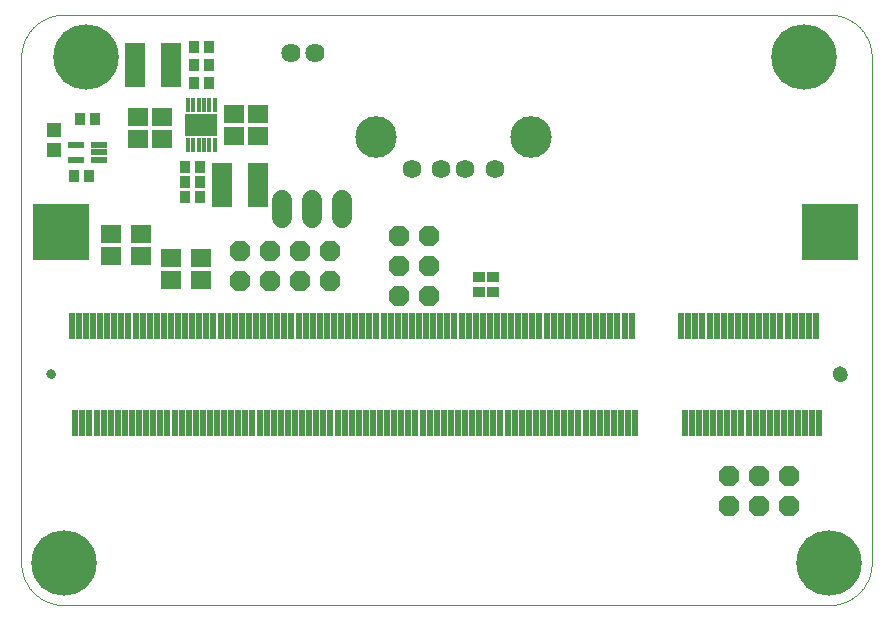
<source format=gbs>
G75*
%MOIN*%
%OFA0B0*%
%FSLAX25Y25*%
%IPPOS*%
%LPD*%
%AMOC8*
5,1,8,0,0,1.08239X$1,22.5*
%
%ADD10C,0.00000*%
%ADD11R,0.02178X0.08674*%
%ADD12R,0.18517X0.18910*%
%ADD13C,0.05131*%
%ADD14C,0.03162*%
%ADD15R,0.01784X0.04737*%
%ADD16R,0.10643X0.07493*%
%ADD17R,0.05200X0.02200*%
%ADD18R,0.06706X0.14580*%
%ADD19C,0.06800*%
%ADD20C,0.06400*%
%ADD21R,0.03556X0.04343*%
%ADD22R,0.06706X0.05918*%
%ADD23R,0.04737X0.05131*%
%ADD24OC8,0.06800*%
%ADD25R,0.04343X0.03556*%
%ADD26C,0.21800*%
%ADD27C,0.13855*%
%ADD28C,0.06233*%
D10*
X0015673Y0001500D02*
X0270791Y0001500D01*
X0271133Y0001504D01*
X0271476Y0001517D01*
X0271818Y0001537D01*
X0272159Y0001566D01*
X0272499Y0001603D01*
X0272839Y0001649D01*
X0273177Y0001702D01*
X0273514Y0001764D01*
X0273849Y0001834D01*
X0274183Y0001912D01*
X0274514Y0001998D01*
X0274844Y0002092D01*
X0275171Y0002194D01*
X0275495Y0002303D01*
X0275817Y0002421D01*
X0276136Y0002546D01*
X0276451Y0002679D01*
X0276764Y0002820D01*
X0277072Y0002968D01*
X0277378Y0003123D01*
X0277679Y0003286D01*
X0277976Y0003456D01*
X0278269Y0003633D01*
X0278558Y0003818D01*
X0278842Y0004009D01*
X0279122Y0004207D01*
X0279396Y0004411D01*
X0279666Y0004623D01*
X0279930Y0004840D01*
X0280189Y0005064D01*
X0280443Y0005295D01*
X0280691Y0005531D01*
X0280933Y0005773D01*
X0281169Y0006021D01*
X0281400Y0006275D01*
X0281624Y0006534D01*
X0281841Y0006798D01*
X0282053Y0007068D01*
X0282257Y0007342D01*
X0282455Y0007622D01*
X0282646Y0007906D01*
X0282831Y0008195D01*
X0283008Y0008488D01*
X0283178Y0008785D01*
X0283341Y0009086D01*
X0283496Y0009392D01*
X0283644Y0009700D01*
X0283785Y0010013D01*
X0283918Y0010328D01*
X0284043Y0010647D01*
X0284161Y0010969D01*
X0284270Y0011293D01*
X0284372Y0011620D01*
X0284466Y0011950D01*
X0284552Y0012281D01*
X0284630Y0012615D01*
X0284700Y0012950D01*
X0284762Y0013287D01*
X0284815Y0013625D01*
X0284861Y0013965D01*
X0284898Y0014305D01*
X0284927Y0014646D01*
X0284947Y0014988D01*
X0284960Y0015331D01*
X0284964Y0015673D01*
X0284965Y0015673D02*
X0284965Y0184177D01*
X0284964Y0184177D02*
X0284960Y0184519D01*
X0284947Y0184862D01*
X0284927Y0185204D01*
X0284898Y0185545D01*
X0284861Y0185885D01*
X0284815Y0186225D01*
X0284762Y0186563D01*
X0284700Y0186900D01*
X0284630Y0187235D01*
X0284552Y0187569D01*
X0284466Y0187900D01*
X0284372Y0188230D01*
X0284270Y0188557D01*
X0284161Y0188881D01*
X0284043Y0189203D01*
X0283918Y0189522D01*
X0283785Y0189837D01*
X0283644Y0190150D01*
X0283496Y0190458D01*
X0283341Y0190764D01*
X0283178Y0191065D01*
X0283008Y0191362D01*
X0282831Y0191655D01*
X0282646Y0191944D01*
X0282455Y0192228D01*
X0282257Y0192508D01*
X0282053Y0192782D01*
X0281841Y0193052D01*
X0281624Y0193316D01*
X0281400Y0193575D01*
X0281169Y0193829D01*
X0280933Y0194077D01*
X0280691Y0194319D01*
X0280443Y0194555D01*
X0280189Y0194786D01*
X0279930Y0195010D01*
X0279666Y0195227D01*
X0279396Y0195439D01*
X0279122Y0195643D01*
X0278842Y0195841D01*
X0278558Y0196032D01*
X0278269Y0196217D01*
X0277976Y0196394D01*
X0277679Y0196564D01*
X0277378Y0196727D01*
X0277072Y0196882D01*
X0276764Y0197030D01*
X0276451Y0197171D01*
X0276136Y0197304D01*
X0275817Y0197429D01*
X0275495Y0197547D01*
X0275171Y0197656D01*
X0274844Y0197758D01*
X0274514Y0197852D01*
X0274183Y0197938D01*
X0273849Y0198016D01*
X0273514Y0198086D01*
X0273177Y0198148D01*
X0272839Y0198201D01*
X0272499Y0198247D01*
X0272159Y0198284D01*
X0271818Y0198313D01*
X0271476Y0198333D01*
X0271133Y0198346D01*
X0270791Y0198350D01*
X0015673Y0198350D01*
X0015331Y0198346D01*
X0014988Y0198333D01*
X0014646Y0198313D01*
X0014305Y0198284D01*
X0013965Y0198247D01*
X0013625Y0198201D01*
X0013287Y0198148D01*
X0012950Y0198086D01*
X0012615Y0198016D01*
X0012281Y0197938D01*
X0011950Y0197852D01*
X0011620Y0197758D01*
X0011293Y0197656D01*
X0010969Y0197547D01*
X0010647Y0197429D01*
X0010328Y0197304D01*
X0010013Y0197171D01*
X0009700Y0197030D01*
X0009392Y0196882D01*
X0009086Y0196727D01*
X0008785Y0196564D01*
X0008488Y0196394D01*
X0008195Y0196217D01*
X0007906Y0196032D01*
X0007622Y0195841D01*
X0007342Y0195643D01*
X0007068Y0195439D01*
X0006798Y0195227D01*
X0006534Y0195010D01*
X0006275Y0194786D01*
X0006021Y0194555D01*
X0005773Y0194319D01*
X0005531Y0194077D01*
X0005295Y0193829D01*
X0005064Y0193575D01*
X0004840Y0193316D01*
X0004623Y0193052D01*
X0004411Y0192782D01*
X0004207Y0192508D01*
X0004009Y0192228D01*
X0003818Y0191944D01*
X0003633Y0191655D01*
X0003456Y0191362D01*
X0003286Y0191065D01*
X0003123Y0190764D01*
X0002968Y0190458D01*
X0002820Y0190150D01*
X0002679Y0189837D01*
X0002546Y0189522D01*
X0002421Y0189203D01*
X0002303Y0188881D01*
X0002194Y0188557D01*
X0002092Y0188230D01*
X0001998Y0187900D01*
X0001912Y0187569D01*
X0001834Y0187235D01*
X0001764Y0186900D01*
X0001702Y0186563D01*
X0001649Y0186225D01*
X0001603Y0185885D01*
X0001566Y0185545D01*
X0001537Y0185204D01*
X0001517Y0184862D01*
X0001504Y0184519D01*
X0001500Y0184177D01*
X0001500Y0015673D01*
X0001504Y0015331D01*
X0001517Y0014988D01*
X0001537Y0014646D01*
X0001566Y0014305D01*
X0001603Y0013965D01*
X0001649Y0013625D01*
X0001702Y0013287D01*
X0001764Y0012950D01*
X0001834Y0012615D01*
X0001912Y0012281D01*
X0001998Y0011950D01*
X0002092Y0011620D01*
X0002194Y0011293D01*
X0002303Y0010969D01*
X0002421Y0010647D01*
X0002546Y0010328D01*
X0002679Y0010013D01*
X0002820Y0009700D01*
X0002968Y0009392D01*
X0003123Y0009086D01*
X0003286Y0008785D01*
X0003456Y0008488D01*
X0003633Y0008195D01*
X0003818Y0007906D01*
X0004009Y0007622D01*
X0004207Y0007342D01*
X0004411Y0007068D01*
X0004623Y0006798D01*
X0004840Y0006534D01*
X0005064Y0006275D01*
X0005295Y0006021D01*
X0005531Y0005773D01*
X0005773Y0005531D01*
X0006021Y0005295D01*
X0006275Y0005064D01*
X0006534Y0004840D01*
X0006798Y0004623D01*
X0007068Y0004411D01*
X0007342Y0004207D01*
X0007622Y0004009D01*
X0007906Y0003818D01*
X0008195Y0003633D01*
X0008488Y0003456D01*
X0008785Y0003286D01*
X0009086Y0003123D01*
X0009392Y0002968D01*
X0009700Y0002820D01*
X0010013Y0002679D01*
X0010328Y0002546D01*
X0010647Y0002421D01*
X0010969Y0002303D01*
X0011293Y0002194D01*
X0011620Y0002092D01*
X0011950Y0001998D01*
X0012281Y0001912D01*
X0012615Y0001834D01*
X0012950Y0001764D01*
X0013287Y0001702D01*
X0013625Y0001649D01*
X0013965Y0001603D01*
X0014305Y0001566D01*
X0014646Y0001537D01*
X0014988Y0001517D01*
X0015331Y0001504D01*
X0015673Y0001500D01*
X0010260Y0078500D02*
X0010262Y0078569D01*
X0010268Y0078637D01*
X0010278Y0078705D01*
X0010292Y0078772D01*
X0010310Y0078839D01*
X0010331Y0078904D01*
X0010357Y0078968D01*
X0010386Y0079030D01*
X0010418Y0079090D01*
X0010454Y0079149D01*
X0010494Y0079205D01*
X0010536Y0079259D01*
X0010582Y0079310D01*
X0010631Y0079359D01*
X0010682Y0079405D01*
X0010736Y0079447D01*
X0010792Y0079487D01*
X0010850Y0079523D01*
X0010911Y0079555D01*
X0010973Y0079584D01*
X0011037Y0079610D01*
X0011102Y0079631D01*
X0011169Y0079649D01*
X0011236Y0079663D01*
X0011304Y0079673D01*
X0011372Y0079679D01*
X0011441Y0079681D01*
X0011510Y0079679D01*
X0011578Y0079673D01*
X0011646Y0079663D01*
X0011713Y0079649D01*
X0011780Y0079631D01*
X0011845Y0079610D01*
X0011909Y0079584D01*
X0011971Y0079555D01*
X0012031Y0079523D01*
X0012090Y0079487D01*
X0012146Y0079447D01*
X0012200Y0079405D01*
X0012251Y0079359D01*
X0012300Y0079310D01*
X0012346Y0079259D01*
X0012388Y0079205D01*
X0012428Y0079149D01*
X0012464Y0079090D01*
X0012496Y0079030D01*
X0012525Y0078968D01*
X0012551Y0078904D01*
X0012572Y0078839D01*
X0012590Y0078772D01*
X0012604Y0078705D01*
X0012614Y0078637D01*
X0012620Y0078569D01*
X0012622Y0078500D01*
X0012620Y0078431D01*
X0012614Y0078363D01*
X0012604Y0078295D01*
X0012590Y0078228D01*
X0012572Y0078161D01*
X0012551Y0078096D01*
X0012525Y0078032D01*
X0012496Y0077970D01*
X0012464Y0077909D01*
X0012428Y0077851D01*
X0012388Y0077795D01*
X0012346Y0077741D01*
X0012300Y0077690D01*
X0012251Y0077641D01*
X0012200Y0077595D01*
X0012146Y0077553D01*
X0012090Y0077513D01*
X0012032Y0077477D01*
X0011971Y0077445D01*
X0011909Y0077416D01*
X0011845Y0077390D01*
X0011780Y0077369D01*
X0011713Y0077351D01*
X0011646Y0077337D01*
X0011578Y0077327D01*
X0011510Y0077321D01*
X0011441Y0077319D01*
X0011372Y0077321D01*
X0011304Y0077327D01*
X0011236Y0077337D01*
X0011169Y0077351D01*
X0011102Y0077369D01*
X0011037Y0077390D01*
X0010973Y0077416D01*
X0010911Y0077445D01*
X0010850Y0077477D01*
X0010792Y0077513D01*
X0010736Y0077553D01*
X0010682Y0077595D01*
X0010631Y0077641D01*
X0010582Y0077690D01*
X0010536Y0077741D01*
X0010494Y0077795D01*
X0010454Y0077851D01*
X0010418Y0077909D01*
X0010386Y0077970D01*
X0010357Y0078032D01*
X0010331Y0078096D01*
X0010310Y0078161D01*
X0010292Y0078228D01*
X0010278Y0078295D01*
X0010268Y0078363D01*
X0010262Y0078431D01*
X0010260Y0078500D01*
X0272268Y0078500D02*
X0272270Y0078593D01*
X0272276Y0078685D01*
X0272286Y0078777D01*
X0272300Y0078868D01*
X0272317Y0078959D01*
X0272339Y0079049D01*
X0272364Y0079138D01*
X0272393Y0079226D01*
X0272426Y0079312D01*
X0272463Y0079397D01*
X0272503Y0079481D01*
X0272547Y0079562D01*
X0272594Y0079642D01*
X0272644Y0079720D01*
X0272698Y0079795D01*
X0272755Y0079868D01*
X0272815Y0079938D01*
X0272878Y0080006D01*
X0272944Y0080071D01*
X0273012Y0080133D01*
X0273083Y0080193D01*
X0273157Y0080249D01*
X0273233Y0080302D01*
X0273311Y0080351D01*
X0273391Y0080398D01*
X0273473Y0080440D01*
X0273557Y0080480D01*
X0273642Y0080515D01*
X0273729Y0080547D01*
X0273817Y0080576D01*
X0273906Y0080600D01*
X0273996Y0080621D01*
X0274087Y0080637D01*
X0274179Y0080650D01*
X0274271Y0080659D01*
X0274364Y0080664D01*
X0274456Y0080665D01*
X0274549Y0080662D01*
X0274641Y0080655D01*
X0274733Y0080644D01*
X0274824Y0080629D01*
X0274915Y0080611D01*
X0275005Y0080588D01*
X0275093Y0080562D01*
X0275181Y0080532D01*
X0275267Y0080498D01*
X0275351Y0080461D01*
X0275434Y0080419D01*
X0275515Y0080375D01*
X0275595Y0080327D01*
X0275672Y0080276D01*
X0275746Y0080221D01*
X0275819Y0080163D01*
X0275889Y0080103D01*
X0275956Y0080039D01*
X0276020Y0079973D01*
X0276082Y0079903D01*
X0276140Y0079832D01*
X0276195Y0079758D01*
X0276247Y0079681D01*
X0276296Y0079602D01*
X0276342Y0079522D01*
X0276384Y0079439D01*
X0276422Y0079355D01*
X0276457Y0079269D01*
X0276488Y0079182D01*
X0276515Y0079094D01*
X0276538Y0079004D01*
X0276558Y0078914D01*
X0276574Y0078823D01*
X0276586Y0078731D01*
X0276594Y0078639D01*
X0276598Y0078546D01*
X0276598Y0078454D01*
X0276594Y0078361D01*
X0276586Y0078269D01*
X0276574Y0078177D01*
X0276558Y0078086D01*
X0276538Y0077996D01*
X0276515Y0077906D01*
X0276488Y0077818D01*
X0276457Y0077731D01*
X0276422Y0077645D01*
X0276384Y0077561D01*
X0276342Y0077478D01*
X0276296Y0077398D01*
X0276247Y0077319D01*
X0276195Y0077242D01*
X0276140Y0077168D01*
X0276082Y0077097D01*
X0276020Y0077027D01*
X0275956Y0076961D01*
X0275889Y0076897D01*
X0275819Y0076837D01*
X0275746Y0076779D01*
X0275672Y0076724D01*
X0275595Y0076673D01*
X0275516Y0076625D01*
X0275434Y0076581D01*
X0275351Y0076539D01*
X0275267Y0076502D01*
X0275181Y0076468D01*
X0275093Y0076438D01*
X0275005Y0076412D01*
X0274915Y0076389D01*
X0274824Y0076371D01*
X0274733Y0076356D01*
X0274641Y0076345D01*
X0274549Y0076338D01*
X0274456Y0076335D01*
X0274364Y0076336D01*
X0274271Y0076341D01*
X0274179Y0076350D01*
X0274087Y0076363D01*
X0273996Y0076379D01*
X0273906Y0076400D01*
X0273817Y0076424D01*
X0273729Y0076453D01*
X0273642Y0076485D01*
X0273557Y0076520D01*
X0273473Y0076560D01*
X0273391Y0076602D01*
X0273311Y0076649D01*
X0273233Y0076698D01*
X0273157Y0076751D01*
X0273083Y0076807D01*
X0273012Y0076867D01*
X0272944Y0076929D01*
X0272878Y0076994D01*
X0272815Y0077062D01*
X0272755Y0077132D01*
X0272698Y0077205D01*
X0272644Y0077280D01*
X0272594Y0077358D01*
X0272547Y0077438D01*
X0272503Y0077519D01*
X0272463Y0077603D01*
X0272426Y0077688D01*
X0272393Y0077774D01*
X0272364Y0077862D01*
X0272339Y0077951D01*
X0272317Y0078041D01*
X0272300Y0078132D01*
X0272286Y0078223D01*
X0272276Y0078315D01*
X0272270Y0078407D01*
X0272268Y0078500D01*
D11*
X0267543Y0062358D03*
X0265181Y0062358D03*
X0262819Y0062358D03*
X0260457Y0062358D03*
X0258094Y0062358D03*
X0255732Y0062358D03*
X0253370Y0062358D03*
X0251008Y0062358D03*
X0248646Y0062358D03*
X0246283Y0062358D03*
X0243921Y0062358D03*
X0241559Y0062358D03*
X0239197Y0062358D03*
X0236835Y0062358D03*
X0234472Y0062358D03*
X0232110Y0062358D03*
X0229748Y0062358D03*
X0227386Y0062358D03*
X0225024Y0062358D03*
X0222661Y0062358D03*
X0206126Y0062358D03*
X0203764Y0062358D03*
X0201402Y0062358D03*
X0199039Y0062358D03*
X0196677Y0062358D03*
X0194315Y0062358D03*
X0191953Y0062358D03*
X0189591Y0062358D03*
X0187228Y0062358D03*
X0184866Y0062358D03*
X0182504Y0062358D03*
X0180142Y0062358D03*
X0177780Y0062358D03*
X0175417Y0062358D03*
X0173055Y0062358D03*
X0170693Y0062358D03*
X0168331Y0062358D03*
X0165969Y0062358D03*
X0163606Y0062358D03*
X0161244Y0062358D03*
X0158882Y0062358D03*
X0156520Y0062358D03*
X0154157Y0062358D03*
X0151795Y0062358D03*
X0149433Y0062358D03*
X0147071Y0062358D03*
X0144709Y0062358D03*
X0142346Y0062358D03*
X0139984Y0062358D03*
X0137622Y0062358D03*
X0135260Y0062358D03*
X0132898Y0062358D03*
X0130535Y0062358D03*
X0128173Y0062358D03*
X0125811Y0062358D03*
X0123449Y0062358D03*
X0121087Y0062358D03*
X0118724Y0062358D03*
X0116362Y0062358D03*
X0114000Y0062358D03*
X0111638Y0062358D03*
X0109276Y0062358D03*
X0106913Y0062358D03*
X0104551Y0062358D03*
X0102189Y0062358D03*
X0099827Y0062358D03*
X0097465Y0062358D03*
X0095102Y0062358D03*
X0092740Y0062358D03*
X0090378Y0062358D03*
X0088016Y0062358D03*
X0085654Y0062358D03*
X0083291Y0062358D03*
X0080929Y0062358D03*
X0078567Y0062358D03*
X0076205Y0062358D03*
X0073843Y0062358D03*
X0071480Y0062358D03*
X0069118Y0062358D03*
X0066756Y0062358D03*
X0064394Y0062358D03*
X0062031Y0062358D03*
X0059669Y0062358D03*
X0057307Y0062358D03*
X0054945Y0062358D03*
X0052583Y0062358D03*
X0050220Y0062358D03*
X0047858Y0062358D03*
X0045496Y0062358D03*
X0043134Y0062358D03*
X0040772Y0062358D03*
X0038409Y0062358D03*
X0036047Y0062358D03*
X0033685Y0062358D03*
X0031323Y0062358D03*
X0028961Y0062358D03*
X0026598Y0062358D03*
X0024236Y0062358D03*
X0021874Y0062358D03*
X0019512Y0062358D03*
X0020693Y0094642D03*
X0023055Y0094642D03*
X0025417Y0094642D03*
X0027780Y0094642D03*
X0030142Y0094642D03*
X0032504Y0094642D03*
X0034866Y0094642D03*
X0037228Y0094642D03*
X0039591Y0094642D03*
X0041953Y0094642D03*
X0044315Y0094642D03*
X0046677Y0094642D03*
X0049039Y0094642D03*
X0051402Y0094642D03*
X0053764Y0094642D03*
X0056126Y0094642D03*
X0058488Y0094642D03*
X0060850Y0094642D03*
X0063213Y0094642D03*
X0065575Y0094642D03*
X0067937Y0094642D03*
X0070299Y0094642D03*
X0072661Y0094642D03*
X0075024Y0094642D03*
X0077386Y0094642D03*
X0079748Y0094642D03*
X0082110Y0094642D03*
X0084472Y0094642D03*
X0086835Y0094642D03*
X0089197Y0094642D03*
X0091559Y0094642D03*
X0093921Y0094642D03*
X0096283Y0094642D03*
X0098646Y0094642D03*
X0101008Y0094642D03*
X0103370Y0094642D03*
X0105732Y0094642D03*
X0108094Y0094642D03*
X0110457Y0094642D03*
X0112819Y0094642D03*
X0115181Y0094642D03*
X0117543Y0094642D03*
X0119906Y0094642D03*
X0122268Y0094642D03*
X0124630Y0094642D03*
X0126992Y0094642D03*
X0129354Y0094642D03*
X0131717Y0094642D03*
X0134079Y0094642D03*
X0136441Y0094642D03*
X0138803Y0094642D03*
X0141165Y0094642D03*
X0143528Y0094642D03*
X0145890Y0094642D03*
X0148252Y0094642D03*
X0150614Y0094642D03*
X0152976Y0094642D03*
X0155339Y0094642D03*
X0157701Y0094642D03*
X0160063Y0094642D03*
X0162425Y0094642D03*
X0164787Y0094642D03*
X0167150Y0094642D03*
X0169512Y0094642D03*
X0171874Y0094642D03*
X0174236Y0094642D03*
X0176598Y0094642D03*
X0178961Y0094642D03*
X0181323Y0094642D03*
X0183685Y0094642D03*
X0186047Y0094642D03*
X0188409Y0094642D03*
X0190772Y0094642D03*
X0193134Y0094642D03*
X0195496Y0094642D03*
X0197858Y0094642D03*
X0200220Y0094642D03*
X0202583Y0094642D03*
X0204945Y0094642D03*
X0221480Y0094642D03*
X0223843Y0094642D03*
X0226205Y0094642D03*
X0228567Y0094642D03*
X0230929Y0094642D03*
X0233291Y0094642D03*
X0235654Y0094642D03*
X0238016Y0094642D03*
X0240378Y0094642D03*
X0242740Y0094642D03*
X0245102Y0094642D03*
X0247465Y0094642D03*
X0249827Y0094642D03*
X0252189Y0094642D03*
X0254551Y0094642D03*
X0256913Y0094642D03*
X0259276Y0094642D03*
X0261638Y0094642D03*
X0264000Y0094642D03*
X0266362Y0094642D03*
X0018331Y0094642D03*
D12*
X0014787Y0125744D03*
X0271087Y0125744D03*
D13*
X0274433Y0078500D03*
D14*
X0011441Y0078500D03*
D15*
X0057071Y0154807D03*
X0058843Y0154807D03*
X0060614Y0154807D03*
X0062386Y0154807D03*
X0064157Y0154807D03*
X0065929Y0154807D03*
X0065929Y0168193D03*
X0064157Y0168193D03*
X0062386Y0168193D03*
X0060614Y0168193D03*
X0058843Y0168193D03*
X0057071Y0168193D03*
D16*
X0061500Y0161500D03*
D17*
X0027300Y0155059D03*
X0027300Y0152500D03*
X0027300Y0149941D03*
X0019700Y0149941D03*
X0019700Y0155059D03*
D18*
X0039496Y0181500D03*
X0051504Y0181500D03*
X0068496Y0141500D03*
X0080504Y0141500D03*
D19*
X0088500Y0136500D02*
X0088500Y0130500D01*
X0098500Y0130500D02*
X0098500Y0136500D01*
X0108500Y0136500D02*
X0108500Y0130500D01*
D20*
X0099437Y0185500D03*
X0091563Y0185500D03*
D21*
X0064059Y0187500D03*
X0058941Y0187500D03*
X0058941Y0181500D03*
X0064059Y0181500D03*
X0064059Y0175500D03*
X0058941Y0175500D03*
X0026059Y0163500D03*
X0020941Y0163500D03*
X0018941Y0144500D03*
X0024059Y0144500D03*
X0055941Y0142500D03*
X0055941Y0147500D03*
X0061059Y0147500D03*
X0061059Y0142500D03*
X0061059Y0137500D03*
X0055941Y0137500D03*
D22*
X0041500Y0125240D03*
X0041500Y0117760D03*
X0051500Y0117240D03*
X0051500Y0109760D03*
X0061500Y0109760D03*
X0061500Y0117240D03*
X0031500Y0117760D03*
X0031500Y0125240D03*
X0040500Y0156760D03*
X0048500Y0156760D03*
X0048500Y0164240D03*
X0040500Y0164240D03*
X0072500Y0165240D03*
X0080500Y0165240D03*
X0080500Y0157760D03*
X0072500Y0157760D03*
D23*
X0012500Y0159846D03*
X0012500Y0153154D03*
D24*
X0074500Y0119500D03*
X0084500Y0119500D03*
X0094500Y0119500D03*
X0104500Y0119500D03*
X0104500Y0109500D03*
X0094500Y0109500D03*
X0084500Y0109500D03*
X0074500Y0109500D03*
X0127500Y0104500D03*
X0137500Y0104500D03*
X0137500Y0114500D03*
X0127500Y0114500D03*
X0127500Y0124500D03*
X0137500Y0124500D03*
X0237500Y0044500D03*
X0247500Y0044500D03*
X0257500Y0044500D03*
X0257500Y0034500D03*
X0247500Y0034500D03*
X0237500Y0034500D03*
D25*
X0158800Y0105941D03*
X0154200Y0105941D03*
X0154200Y0111059D03*
X0158800Y0111059D03*
D26*
X0262327Y0184177D03*
X0023154Y0184177D03*
X0015673Y0015673D03*
X0270791Y0015673D03*
D27*
X0171366Y0157500D03*
X0119634Y0157500D03*
D28*
X0131720Y0146870D03*
X0141563Y0146870D03*
X0149437Y0146870D03*
X0159280Y0146870D03*
M02*

</source>
